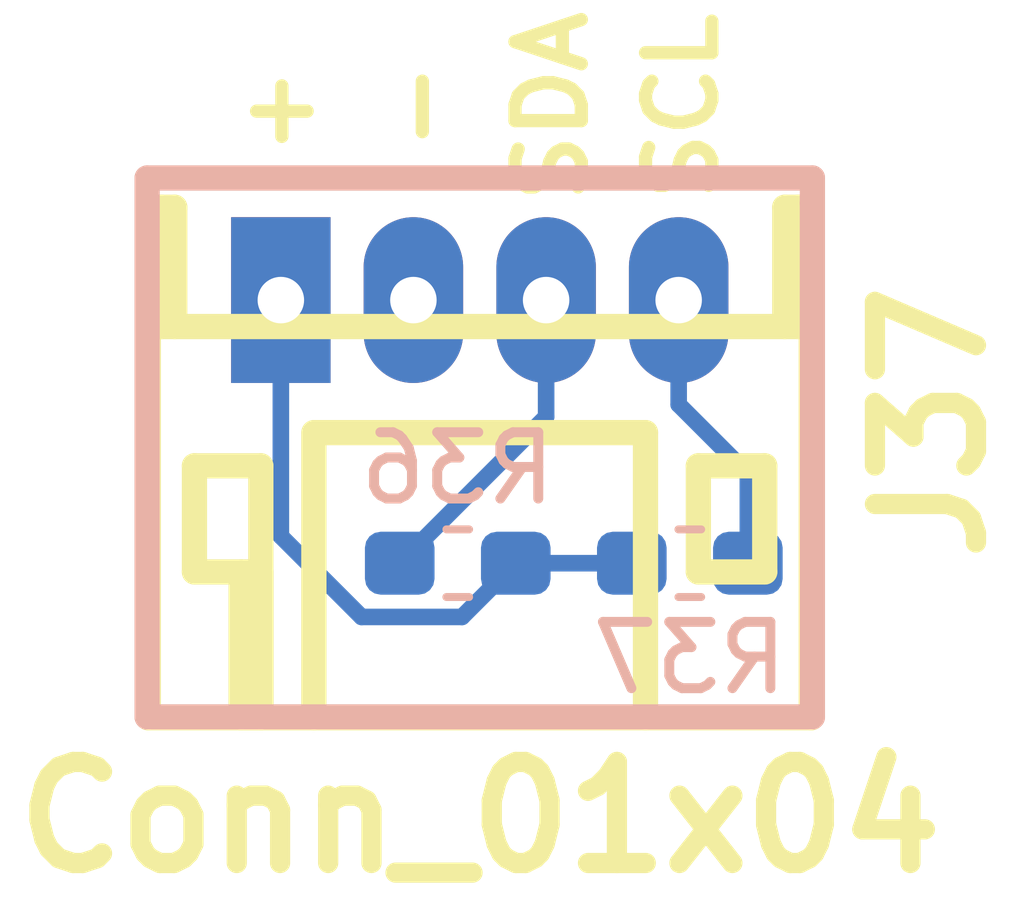
<source format=kicad_pcb>
(kicad_pcb (version 20171130) (host pcbnew 5.0.2-bee76a0~70~ubuntu18.04.1)

  (general
    (thickness 1.6)
    (drawings 0)
    (tracks 10)
    (zones 0)
    (modules 3)
    (nets 5)
  )

  (page A4)
  (layers
    (0 F.Cu signal)
    (31 B.Cu signal)
    (32 B.Adhes user)
    (33 F.Adhes user)
    (34 B.Paste user)
    (35 F.Paste user)
    (36 B.SilkS user)
    (37 F.SilkS user)
    (38 B.Mask user)
    (39 F.Mask user)
    (40 Dwgs.User user)
    (41 Cmts.User user)
    (42 Eco1.User user)
    (43 Eco2.User user)
    (44 Edge.Cuts user)
    (45 Margin user)
    (46 B.CrtYd user)
    (47 F.CrtYd user)
    (48 B.Fab user)
    (49 F.Fab user)
  )

  (setup
    (last_trace_width 0.25)
    (trace_clearance 0.2)
    (zone_clearance 0.508)
    (zone_45_only no)
    (trace_min 0.2)
    (segment_width 0.2)
    (edge_width 0.1)
    (via_size 0.8)
    (via_drill 0.4)
    (via_min_size 0.4)
    (via_min_drill 0.3)
    (uvia_size 0.3)
    (uvia_drill 0.1)
    (uvias_allowed no)
    (uvia_min_size 0.2)
    (uvia_min_drill 0.1)
    (pcb_text_width 0.3)
    (pcb_text_size 1.5 1.5)
    (mod_edge_width 0.15)
    (mod_text_size 1 1)
    (mod_text_width 0.15)
    (pad_size 1.5 1.5)
    (pad_drill 0.6)
    (pad_to_mask_clearance 0)
    (aux_axis_origin 0 0)
    (visible_elements FFFFEF7F)
    (pcbplotparams
      (layerselection 0x010fc_ffffffff)
      (usegerberextensions false)
      (usegerberattributes false)
      (usegerberadvancedattributes false)
      (creategerberjobfile false)
      (excludeedgelayer true)
      (linewidth 0.100000)
      (plotframeref false)
      (viasonmask false)
      (mode 1)
      (useauxorigin false)
      (hpglpennumber 1)
      (hpglpenspeed 20)
      (hpglpendiameter 15.000000)
      (psnegative false)
      (psa4output false)
      (plotreference true)
      (plotvalue true)
      (plotinvisibletext false)
      (padsonsilk false)
      (subtractmaskfromsilk false)
      (outputformat 1)
      (mirror false)
      (drillshape 1)
      (scaleselection 1)
      (outputdirectory ""))
  )

  (net 0 "")
  (net 1 +5V)
  (net 2 GND)
  (net 3 /SDA)
  (net 4 /SCL)

  (net_class Default "This is the default net class."
    (clearance 0.2)
    (trace_width 0.25)
    (via_dia 0.8)
    (via_drill 0.4)
    (uvia_dia 0.3)
    (uvia_drill 0.1)
    (add_net +5V)
    (add_net /SCL)
    (add_net /SDA)
    (add_net GND)
  )

  (module Resistor_SMD:R_0603_1608Metric_Pad1.05x0.95mm_HandSolder (layer B.Cu) (tedit 5B301BBD) (tstamp 5CC2A6B7)
    (at 37.875 66)
    (descr "Resistor SMD 0603 (1608 Metric), square (rectangular) end terminal, IPC_7351 nominal with elongated pad for handsoldering. (Body size source: http://www.tortai-tech.com/upload/download/2011102023233369053.pdf), generated with kicad-footprint-generator")
    (tags "resistor handsolder")
    (path /5CC2276F)
    (attr smd)
    (fp_text reference R37 (at 0 1.43) (layer B.SilkS)
      (effects (font (size 1 1) (thickness 0.15)) (justify mirror))
    )
    (fp_text value R472,0603 (at 0 -1.43) (layer B.Fab)
      (effects (font (size 1 1) (thickness 0.15)) (justify mirror))
    )
    (fp_text user %R (at 0 0) (layer B.Fab)
      (effects (font (size 0.4 0.4) (thickness 0.06)) (justify mirror))
    )
    (fp_line (start 1.65 -0.73) (end -1.65 -0.73) (layer B.CrtYd) (width 0.05))
    (fp_line (start 1.65 0.73) (end 1.65 -0.73) (layer B.CrtYd) (width 0.05))
    (fp_line (start -1.65 0.73) (end 1.65 0.73) (layer B.CrtYd) (width 0.05))
    (fp_line (start -1.65 -0.73) (end -1.65 0.73) (layer B.CrtYd) (width 0.05))
    (fp_line (start -0.171267 -0.51) (end 0.171267 -0.51) (layer B.SilkS) (width 0.12))
    (fp_line (start -0.171267 0.51) (end 0.171267 0.51) (layer B.SilkS) (width 0.12))
    (fp_line (start 0.8 -0.4) (end -0.8 -0.4) (layer B.Fab) (width 0.1))
    (fp_line (start 0.8 0.4) (end 0.8 -0.4) (layer B.Fab) (width 0.1))
    (fp_line (start -0.8 0.4) (end 0.8 0.4) (layer B.Fab) (width 0.1))
    (fp_line (start -0.8 -0.4) (end -0.8 0.4) (layer B.Fab) (width 0.1))
    (pad 2 smd roundrect (at 0.875 0) (size 1.05 0.95) (layers B.Cu B.Paste B.Mask) (roundrect_rratio 0.25)
      (net 4 /SCL))
    (pad 1 smd roundrect (at -0.875 0) (size 1.05 0.95) (layers B.Cu B.Paste B.Mask) (roundrect_rratio 0.25)
      (net 1 +5V))
    (model ${KISYS3DMOD}/Resistor_SMD.3dshapes/R_0603_1608Metric.wrl
      (at (xyz 0 0 0))
      (scale (xyz 1 1 1))
      (rotate (xyz 0 0 0))
    )
  )

  (module Resistor_SMD:R_0603_1608Metric_Pad1.05x0.95mm_HandSolder (layer B.Cu) (tedit 5B301BBD) (tstamp 5CC2A6A6)
    (at 34.375 66 180)
    (descr "Resistor SMD 0603 (1608 Metric), square (rectangular) end terminal, IPC_7351 nominal with elongated pad for handsoldering. (Body size source: http://www.tortai-tech.com/upload/download/2011102023233369053.pdf), generated with kicad-footprint-generator")
    (tags "resistor handsolder")
    (path /5CC226ED)
    (attr smd)
    (fp_text reference R36 (at 0 1.43 180) (layer B.SilkS)
      (effects (font (size 1 1) (thickness 0.15)) (justify mirror))
    )
    (fp_text value R472,0603 (at 0 -1.43 180) (layer B.Fab)
      (effects (font (size 1 1) (thickness 0.15)) (justify mirror))
    )
    (fp_line (start -0.8 -0.4) (end -0.8 0.4) (layer B.Fab) (width 0.1))
    (fp_line (start -0.8 0.4) (end 0.8 0.4) (layer B.Fab) (width 0.1))
    (fp_line (start 0.8 0.4) (end 0.8 -0.4) (layer B.Fab) (width 0.1))
    (fp_line (start 0.8 -0.4) (end -0.8 -0.4) (layer B.Fab) (width 0.1))
    (fp_line (start -0.171267 0.51) (end 0.171267 0.51) (layer B.SilkS) (width 0.12))
    (fp_line (start -0.171267 -0.51) (end 0.171267 -0.51) (layer B.SilkS) (width 0.12))
    (fp_line (start -1.65 -0.73) (end -1.65 0.73) (layer B.CrtYd) (width 0.05))
    (fp_line (start -1.65 0.73) (end 1.65 0.73) (layer B.CrtYd) (width 0.05))
    (fp_line (start 1.65 0.73) (end 1.65 -0.73) (layer B.CrtYd) (width 0.05))
    (fp_line (start 1.65 -0.73) (end -1.65 -0.73) (layer B.CrtYd) (width 0.05))
    (fp_text user %R (at 0 0 180) (layer B.Fab)
      (effects (font (size 0.4 0.4) (thickness 0.06)) (justify mirror))
    )
    (pad 1 smd roundrect (at -0.875 0 180) (size 1.05 0.95) (layers B.Cu B.Paste B.Mask) (roundrect_rratio 0.25)
      (net 1 +5V))
    (pad 2 smd roundrect (at 0.875 0 180) (size 1.05 0.95) (layers B.Cu B.Paste B.Mask) (roundrect_rratio 0.25)
      (net 3 /SDA))
    (model ${KISYS3DMOD}/Resistor_SMD.3dshapes/R_0603_1608Metric.wrl
      (at (xyz 0 0 0))
      (scale (xyz 1 1 1))
      (rotate (xyz 0 0 0))
    )
  )

  (module footprint-lib:s4b-ph-kl,I2C_TERMINAL (layer F.Cu) (tedit 5CC20945) (tstamp 5CC2A695)
    (at 34.707 62.032)
    (descr "JST PH series connector, S4B-PH-KL")
    (path /5CC22578)
    (fp_text reference J37 (at 6.7945 1.8415 90) (layer F.SilkS)
      (effects (font (size 1.524 1.524) (thickness 0.3048)))
    )
    (fp_text value Conn_01x04 (at 0 7.80034) (layer F.SilkS)
      (effects (font (size 1.524 1.524) (thickness 0.3048)))
    )
    (fp_line (start -3.29946 4.09956) (end -3.29946 6.2992) (layer F.SilkS) (width 0.381))
    (fp_line (start -3.29946 6.2992) (end -3.59918 6.2992) (layer F.SilkS) (width 0.381))
    (fp_line (start -3.59918 6.2992) (end -3.59918 4.09956) (layer F.SilkS) (width 0.381))
    (fp_line (start 2.49936 1.99898) (end -2.49936 1.99898) (layer F.SilkS) (width 0.381))
    (fp_line (start -5.00126 6.2992) (end 5.00126 6.2992) (layer F.SilkS) (width 0.381))
    (fp_line (start -5.00126 0.39878) (end 5.00126 0.39878) (layer F.SilkS) (width 0.381))
    (fp_line (start 2.49936 1.99898) (end 2.49936 6.2992) (layer F.SilkS) (width 0.381))
    (fp_line (start -2.5019 1.99898) (end -2.5019 6.2992) (layer F.SilkS) (width 0.381))
    (fp_line (start 3.29692 4.09956) (end 3.29692 2.49936) (layer F.SilkS) (width 0.381))
    (fp_line (start 4.29768 4.09956) (end 3.29692 4.09956) (layer F.SilkS) (width 0.381))
    (fp_line (start 4.29768 2.49936) (end 4.29768 4.09956) (layer F.SilkS) (width 0.381))
    (fp_line (start 3.29692 2.49936) (end 4.29768 2.49936) (layer F.SilkS) (width 0.381))
    (fp_line (start -4.30276 2.49936) (end -3.302 2.49936) (layer F.SilkS) (width 0.381))
    (fp_line (start -3.302 2.49936) (end -3.302 4.09956) (layer F.SilkS) (width 0.381))
    (fp_line (start -3.302 4.09956) (end -4.30276 4.09956) (layer F.SilkS) (width 0.381))
    (fp_line (start -4.30276 4.09956) (end -4.30276 2.49936) (layer F.SilkS) (width 0.381))
    (fp_line (start 4.79806 -1.39954) (end 4.79806 0.39878) (layer F.SilkS) (width 0.381))
    (fp_line (start -4.79806 -1.39954) (end -4.79806 0.39878) (layer F.SilkS) (width 0.381))
    (fp_line (start 4.99872 6.2992) (end 4.99872 -1.39954) (layer F.SilkS) (width 0.381))
    (fp_line (start 4.99872 -1.39954) (end 4.59994 -1.39954) (layer F.SilkS) (width 0.381))
    (fp_line (start 4.59994 -1.39954) (end 4.59994 0.39878) (layer F.SilkS) (width 0.381))
    (fp_line (start -4.59994 0.39878) (end -4.59994 -1.39954) (layer F.SilkS) (width 0.381))
    (fp_line (start -4.59994 -1.39954) (end -4.99872 -1.39954) (layer F.SilkS) (width 0.381))
    (fp_line (start -4.99872 -1.39954) (end -4.99872 6.2992) (layer F.SilkS) (width 0.381))
    (fp_line (start -5.0165 6.2865) (end 5.0165 6.2865) (layer B.SilkS) (width 0.381))
    (fp_line (start 5.0165 6.2865) (end 5.0165 -1.4605) (layer B.SilkS) (width 0.381))
    (fp_line (start 5.0165 -1.4605) (end 5.0165 -1.8415) (layer B.SilkS) (width 0.381))
    (fp_line (start 5.0165 -1.8415) (end -5.0165 -1.8415) (layer B.SilkS) (width 0.381))
    (fp_line (start -5.0165 -1.8415) (end -5.0165 6.2865) (layer B.SilkS) (width 0.381))
    (fp_text user + (at -2.9845 -2.921) (layer F.SilkS)
      (effects (font (size 1 1) (thickness 0.2)))
    )
    (fp_text user - (at -0.93726 -2.921 90) (layer F.SilkS)
      (effects (font (size 1 1) (thickness 0.2)))
    )
    (fp_text user SDA (at 1.0795 -2.921 90) (layer F.SilkS)
      (effects (font (size 1 1) (thickness 0.2)))
    )
    (fp_text user SCL (at 3.048 -2.921 90) (layer F.SilkS)
      (effects (font (size 1 1) (thickness 0.2)))
    )
    (pad 1 thru_hole rect (at -2.99974 0) (size 1.5 2.5) (drill 0.70104) (layers *.Cu *.Mask)
      (net 1 +5V))
    (pad 2 thru_hole oval (at -1.00076 0) (size 1.5 2.5) (drill 0.70104) (layers *.Cu *.Mask)
      (net 2 GND))
    (pad 3 thru_hole oval (at 1.00076 0) (size 1.5 2.5) (drill 0.70104) (layers *.Cu *.Mask)
      (net 3 /SDA))
    (pad 4 thru_hole oval (at 2.99974 0) (size 1.5 2.5) (drill 0.70104) (layers *.Cu *.Mask)
      (net 4 /SCL))
    (model ${HOME}/_workspace/kicad/kicad_library/smisioto-footprints/modules/packages3d/walter/conn_jst-ph/s4b-ph-kl.wrl
      (at (xyz 0 0 0))
      (scale (xyz 1 1 1))
      (rotate (xyz 0 0 0))
    )
  )

  (segment (start 35.25 66) (end 37 66) (width 0.25) (layer B.Cu) (net 1))
  (segment (start 31.7073 62.032) (end 31.7073 65.5937) (width 0.25) (layer B.Cu) (net 1))
  (segment (start 31.7073 65.5937) (end 32.9242 66.8106) (width 0.25) (layer B.Cu) (net 1))
  (segment (start 32.9242 66.8106) (end 34.4394 66.8106) (width 0.25) (layer B.Cu) (net 1))
  (segment (start 34.4394 66.8106) (end 35.25 66) (width 0.25) (layer B.Cu) (net 1))
  (segment (start 35.7078 62.032) (end 35.7078 63.7922) (width 0.25) (layer B.Cu) (net 3))
  (segment (start 35.7078 63.7922) (end 33.5 66) (width 0.25) (layer B.Cu) (net 3))
  (segment (start 37.7067 62.032) (end 37.7067 63.6073) (width 0.25) (layer B.Cu) (net 4))
  (segment (start 37.7067 63.6073) (end 38.75 64.6506) (width 0.25) (layer B.Cu) (net 4))
  (segment (start 38.75 64.6506) (end 38.75 66) (width 0.25) (layer B.Cu) (net 4))

)

</source>
